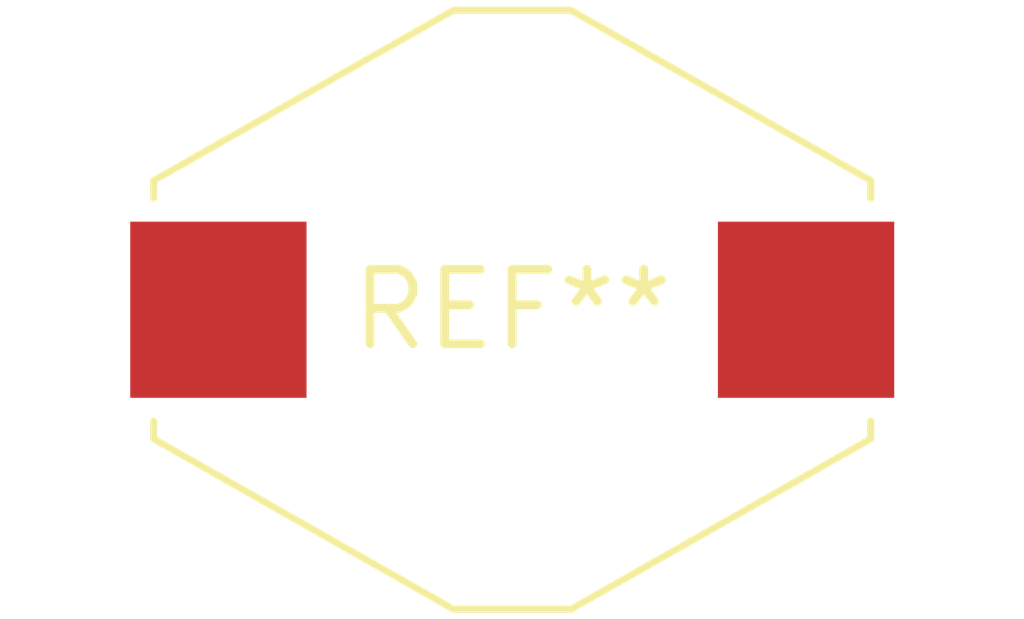
<source format=kicad_pcb>
(kicad_pcb (version 20240108) (generator pcbnew)
  (layers (0 "F.Cu" signal) (31 "B.Cu" signal) (34 "B.Paste" user) (35 "F.Paste" user) (36 "B.SilkS" user "B.Silkscreen") (37 "F.SilkS" user "F.Silkscreen") (38 "B.Mask" user) (39 "F.Mask" user) (44 "Edge.Cuts" user))
  (net 0 "")
  (footprint "L_SigTra_SC3316F" (layer "F.Cu") (at 0 0)
    (property "Reference" "REF**")
    (property "Value" "L_SigTra_SC3316F")
    (fp_line (start -6.1 -2.2) (end -1 -5.1) (layer "F.SilkS") (stroke (width 0.12)))
    (fp_line (start -6.1 -1.9) (end -6.1 -2.2) (layer "F.SilkS") (stroke (width 0.12)))
    (fp_line (start -6.1 1.9) (end -6.1 2.2) (layer "F.SilkS") (stroke (width 0.12)))
    (fp_line (start -6.1 2.2) (end -1 5.1) (layer "F.SilkS") (stroke (width 0.12)))
    (fp_line (start 1 -5.1) (end -1 -5.1) (layer "F.SilkS") (stroke (width 0.12)))
    (fp_line (start 1 5.1) (end -1 5.1) (layer "F.SilkS") (stroke (width 0.12)))
    (fp_line (start 6.1 -2.2) (end 1 -5.1) (layer "F.SilkS") (stroke (width 0.12)))
    (fp_line (start 6.1 -1.9) (end 6.1 -2.2) (layer "F.SilkS") (stroke (width 0.12)))
    (fp_line (start 6.1 1.9) (end 6.1 2.2) (layer "F.SilkS") (stroke (width 0.12)))
    (fp_line (start 6.1 2.2) (end 1 5.1) (layer "F.SilkS") (stroke (width 0.12)))
    (pad "1" smd rect (at -5 0) (size 3 3) (layers "F.Cu" "F.Paste" "F.Mask"))
    (pad "2" smd rect (at 5 0) (size 3 3) (layers "F.Cu" "F.Paste" "F.Mask"))
  )
)
</source>
